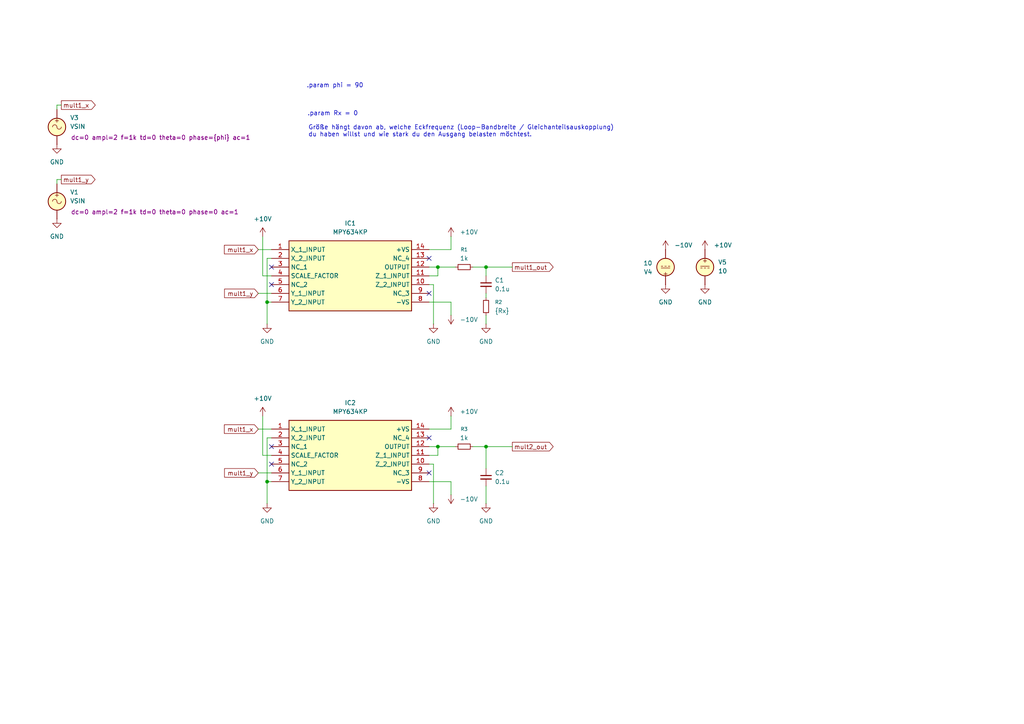
<source format=kicad_sch>
(kicad_sch (version 20250114) (generator "eeschema") (generator_version "9.0")
  (paper "A4")
  (lib_symbols
    (symbol "BA_Footprints:MPY634KP"
      (property "Reference" "IC" (at 41.91 7.62 0))
      (property "Value" "MPY634KP" (at 41.91 5.08 0))
      (symbol "MPY634KP_1_1"
        (rectangle (start 5.08 2.54) (end 40.64 -17.78) (stroke (width 0.254)) (fill (type background)))
        (pin passive line (at 0 0 0) (length 5.08) (name "X_1_INPUT") (number "1"))
        (pin passive line (at 0 -2.54 0) (length 5.08) (name "X_2_INPUT") (number "2"))
        (pin passive line (at 0 -5.08 0) (length 5.08) (name "NC_1") (number "3"))
        (pin passive line (at 0 -7.62 0) (length 5.08) (name "SCALE_FACTOR") (number "4"))
        (pin passive line (at 0 -10.16 0) (length 5.08) (name "NC_2") (number "5"))
        (pin passive line (at 0 -12.7 0) (length 5.08) (name "Y_1_INPUT") (number "6"))
        (pin passive line (at 0 -15.24 0) (length 5.08) (name "Y_2_INPUT") (number "7"))
        (pin passive line (at 45.72 0 180) (length 5.08) (name "+VS") (number "14"))
        (pin passive line (at 45.72 -2.54 180) (length 5.08) (name "NC_4") (number "13"))
        (pin passive line (at 45.72 -5.08 180) (length 5.08) (name "OUTPUT") (number "12"))
        (pin passive line (at 45.72 -7.62 180) (length 5.08) (name "Z_1_INPUT") (number "11"))
        (pin passive line (at 45.72 -10.16 180) (length 5.08) (name "Z_2_INPUT") (number "10"))
        (pin passive line (at 45.72 -12.7 180) (length 5.08) (name "NC_3") (number "9"))
        (pin passive line (at 45.72 -15.24 180) (length 5.08) (name "-VS") (number "8"))
      )
    )
    (symbol "Device:C_Small" (pin_numbers (hide yes)) (pin_names (offset 0.254) (hide yes))
      (property "Reference" "C" (at 0.254 1.778 0))
      (property "Value" "C_Small" (at 0.254 -2.032 0))
      (symbol "C_Small_0_1"
        (polyline (pts (xy -1.524 0.508) (xy 1.524 0.508)) (stroke (width 0.3048)))
        (polyline (pts (xy -1.524 -0.508) (xy 1.524 -0.508)) (stroke (width 0.3302)))
      )
      (symbol "C_Small_1_1"
        (pin passive line (at 0 2.54 270) (length 2.032) (name "~") (number "1"))
        (pin passive line (at 0 -2.54 90) (length 2.032) (name "~") (number "2"))
      )
    )
    (symbol "Device:R_Small" (pin_numbers (hide yes)) (pin_names (offset 0.254) (hide yes))
      (property "Reference" "R" (at 0 0 90))
      (property "Value" "R_Small" (at 1.778 0 90))
      (symbol "R_Small_0_1"
        (rectangle (start -0.762 1.778) (end 0.762 -1.778) (stroke (width 0.2032)))
      )
      (symbol "R_Small_1_1"
        (pin passive line (at 0 2.54 270) (length 0.762) (name "~") (number "1"))
        (pin passive line (at 0 -2.54 90) (length 0.762) (name "~") (number "2"))
      )
    )
    (symbol "Simulation_SPICE:VDC" (pin_numbers (hide yes)) (pin_names (offset 0.0254))
      (property "Reference" "V" (at 2.54 2.54 0))
      (property "Value" "1" (at 2.54 0 0))
      (symbol "VDC_0_0"
        (polyline (pts (xy -1.27 0.254) (xy 1.27 0.254)))
        (polyline (pts (xy -0.762 -0.254) (xy -1.27 -0.254)))
        (polyline (pts (xy 0.254 -0.254) (xy -0.254 -0.254)))
        (polyline (pts (xy 1.27 -0.254) (xy 0.762 -0.254)))
        (text "+" (at 0 1.905 0) (effects (font (size 1.27 1.27))))
      )
      (symbol "VDC_0_1"
        (circle (center 0 0) (radius 2.54) (stroke (width 0.254)) (fill (type background)))
      )
      (symbol "VDC_1_1"
        (pin passive line (at 0 5.08 270) (length 2.54) (name "~") (number "1"))
        (pin passive line (at 0 -5.08 90) (length 2.54) (name "~") (number "2"))
      )
    )
    (symbol "Simulation_SPICE:VSIN" (pin_numbers (hide yes)) (pin_names (offset 0.0254))
      (property "Reference" "V" (at 2.54 2.54 0))
      (property "Value" "VSIN" (at 2.54 0 0))
      (property "Sim.Params" "dc=0 ampl=1 f=1k ac=1" (at 2.54 -2.54 0))
      (symbol "VSIN_0_0"
        (arc (start -1.27 0) (mid -0.635 0.6323) (end 0 0))
        (arc (start 1.27 0) (mid 0.635 -0.6323) (end 0 0))
        (text "+" (at 0 1.905 0) (effects (font (size 1.27 1.27))))
      )
      (symbol "VSIN_0_1"
        (circle (center 0 0) (radius 2.54) (stroke (width 0.254)) (fill (type background)))
      )
      (symbol "VSIN_1_1"
        (pin passive line (at 0 5.08 270) (length 2.54) (name "~") (number "1"))
        (pin passive line (at 0 -5.08 90) (length 2.54) (name "~") (number "2"))
      )
    )
    (symbol "power:+15V" (power) (pin_numbers (hide yes)) (pin_names (offset 0) (hide yes))
      (property "Value" "+15V" (at 0 3.556 0))
      (symbol "+15V_0_1"
        (polyline (pts (xy -0.762 1.27) (xy 0 2.54)))
        (polyline (pts (xy 0 2.54) (xy 0.762 1.27)))
        (polyline (pts (xy 0 0) (xy 0 2.54)))
      )
      (symbol "+15V_1_1"
        (pin power_in line (at 0 0 90) (length 0) (name "~") (number "1"))
      )
    )
    (symbol "power:GND" (power) (pin_numbers (hide yes)) (pin_names (offset 0) (hide yes))
      (property "Value" "GND" (at 0 -3.81 0))
      (symbol "GND_0_1"
        (polyline (pts (xy 0 0) (xy 0 -1.27) (xy 1.27 -1.27) (xy 0 -2.54) (xy -1.27 -1.27) (xy 0 -1.27)))
      )
      (symbol "GND_1_1"
        (pin power_in line (at 0 0 270) (length 0) (name "~") (number "1"))
      )
    )
  )
  (text ".param phi = 90\n" (at 88.9 24.892 0) (effects (font (size 1.27 1.27)) (justify left)))
  (text ".param Rx = 0\n\n\n" (at 89.154 35.052 0) (effects (font (size 1.27 1.27)) (justify left)))
  (text "Größe hängt davon ab, welche Eckfrequenz (Loop-Bandbreite / Gleichanteils­auskopplung) \ndu haben willst und wie stark du den Ausgang belasten möchtest." (exclude_from_sim yes) (at 89.408 38.1 0) (effects (font (size 1.27 1.27)) (justify left)))
  (junction (at 77.47 87.63))
  (junction (at 140.97 77.47))
  (junction (at 77.47 139.7))
  (junction (at 127 129.54))
  (junction (at 140.97 129.54))
  (junction (at 127 77.47))
  (no_connect (at 124.46 85.09))
  (no_connect (at 124.46 74.93))
  (no_connect (at 78.74 77.47))
  (no_connect (at 78.74 82.55))
  (no_connect (at 78.74 129.54))
  (no_connect (at 124.46 137.16))
  (no_connect (at 78.74 134.62))
  (no_connect (at 124.46 127))
  (wire (pts (xy 140.97 129.54) (xy 148.59 129.54)))
  (wire (pts (xy 124.46 134.62) (xy 125.73 134.62)))
  (wire (pts (xy 78.74 74.93) (xy 77.47 74.93)))
  (wire (pts (xy 124.46 80.01) (xy 127 80.01)))
  (wire (pts (xy 140.97 140.97) (xy 140.97 146.05)))
  (wire (pts (xy 17.78 30.48) (xy 16.51 30.48)))
  (wire (pts (xy 17.78 52.07) (xy 16.51 52.07)))
  (wire (pts (xy 130.81 143.51) (xy 130.81 139.7)))
  (wire (pts (xy 74.93 124.46) (xy 78.74 124.46)))
  (wire (pts (xy 124.46 77.47) (xy 127 77.47)))
  (wire (pts (xy 130.81 91.44) (xy 130.81 87.63)))
  (wire (pts (xy 130.81 72.39) (xy 124.46 72.39)))
  (wire (pts (xy 74.93 85.09) (xy 78.74 85.09)))
  (wire (pts (xy 124.46 82.55) (xy 125.73 82.55)))
  (wire (pts (xy 125.73 134.62) (xy 125.73 146.05)))
  (wire (pts (xy 125.73 82.55) (xy 125.73 93.98)))
  (wire (pts (xy 76.2 80.01) (xy 78.74 80.01)))
  (wire (pts (xy 140.97 77.47) (xy 137.16 77.47)))
  (wire (pts (xy 16.51 52.07) (xy 16.51 53.34)))
  (wire (pts (xy 74.93 137.16) (xy 78.74 137.16)))
  (wire (pts (xy 140.97 129.54) (xy 137.16 129.54)))
  (wire (pts (xy 130.81 139.7) (xy 124.46 139.7)))
  (wire (pts (xy 76.2 132.08) (xy 78.74 132.08)))
  (wire (pts (xy 127 129.54) (xy 132.08 129.54)))
  (wire (pts (xy 140.97 80.01) (xy 140.97 77.47)))
  (wire (pts (xy 76.2 120.65) (xy 76.2 132.08)))
  (wire (pts (xy 127 80.01) (xy 127 77.47)))
  (wire (pts (xy 124.46 132.08) (xy 127 132.08)))
  (wire (pts (xy 78.74 127) (xy 77.47 127)))
  (wire (pts (xy 77.47 74.93) (xy 77.47 87.63)))
  (wire (pts (xy 127 132.08) (xy 127 129.54)))
  (wire (pts (xy 76.2 68.58) (xy 76.2 80.01)))
  (wire (pts (xy 130.81 124.46) (xy 124.46 124.46)))
  (wire (pts (xy 140.97 91.44) (xy 140.97 93.98)))
  (wire (pts (xy 140.97 135.89) (xy 140.97 129.54)))
  (wire (pts (xy 130.81 68.58) (xy 130.81 72.39)))
  (wire (pts (xy 77.47 87.63) (xy 78.74 87.63)))
  (wire (pts (xy 124.46 129.54) (xy 127 129.54)))
  (wire (pts (xy 140.97 77.47) (xy 148.59 77.47)))
  (wire (pts (xy 130.81 87.63) (xy 124.46 87.63)))
  (wire (pts (xy 77.47 139.7) (xy 78.74 139.7)))
  (wire (pts (xy 140.97 85.09) (xy 140.97 86.36)))
  (wire (pts (xy 127 77.47) (xy 132.08 77.47)))
  (wire (pts (xy 74.93 72.39) (xy 78.74 72.39)))
  (wire (pts (xy 130.81 120.65) (xy 130.81 124.46)))
  (wire (pts (xy 77.47 127) (xy 77.47 139.7)))
  (wire (pts (xy 77.47 139.7) (xy 77.47 146.05)))
  (wire (pts (xy 77.47 87.63) (xy 77.47 93.98)))
  (wire (pts (xy 16.51 30.48) (xy 16.51 31.75)))
  (global_label "mult1_x" (shape input) (at 74.93 72.39 180) (property "Intersheetrefs" "${INTERSHEET_REFS}" (effects (hide yes))))
  (global_label "mult1_x" (shape output) (at 17.78 30.48 0) (property "Intersheetrefs" "${INTERSHEET_REFS}" (effects (hide yes))))
  (global_label "mult1_out" (shape output) (at 148.59 77.47 0) (property "Intersheetrefs" "${INTERSHEET_REFS}" (effects (hide yes))))
  (global_label "mult1_y" (shape input) (at 74.93 137.16 180) (property "Intersheetrefs" "${INTERSHEET_REFS}" (effects (hide yes))))
  (global_label "mult1_y" (shape input) (at 74.93 85.09 180) (property "Intersheetrefs" "${INTERSHEET_REFS}" (effects (hide yes))))
  (global_label "mult1_y" (shape output) (at 17.78 52.07 0) (property "Intersheetrefs" "${INTERSHEET_REFS}" (effects (hide yes))))
  (global_label "mult2_out" (shape output) (at 148.59 129.54 0) (property "Intersheetrefs" "${INTERSHEET_REFS}" (effects (hide yes))))
  (global_label "mult1_x" (shape input) (at 74.93 124.46 180) (property "Intersheetrefs" "${INTERSHEET_REFS}" (effects (hide yes))))
  (symbol (lib_id "Device:R_Small") (at 140.97 88.9 180) (unit 1)
    (property "Reference" "R2" (at 143.51 87.6299 0) (effects (font (size 1.016 1.016)) (justify right)))
    (property "Value" "{Rx}" (at 143.51 90.1699 0) (effects (justify right)))
    (property "Description" "Resistor, small symbol" (effects (hide yes)))
  )
  (symbol (lib_id "power:GND") (at 140.97 146.05 0) (unit 1)
    (property "Reference" "#PWR020" (effects (hide yes)))
    (property "Value" "GND" (at 140.97 151.13 0))
    (property "Description" "Power symbol creates a global label with name \"GND\" , ground" (effects (hide yes)))
  )
  (symbol (lib_id "Simulation_SPICE:VSIN") (at 16.51 36.83 0) (unit 1)
    (property "Reference" "V3" (at 20.32 34.1601 0) (effects (justify left)))
    (property "Value" "VSIN" (at 20.32 36.7001 0) (effects (justify left)))
    (property "Datasheet" "https://ngspice.sourceforge.io/docs/ngspice-html-manual/manual.xhtml#sec_Independent_Sources_for" (effects (hide yes)))
    (property "Description" "Voltage source, sinusoidal" (effects (hide yes)))
    (property "Sim.Pins" "1=+ 2=-" (effects (hide yes)))
    (property "Sim.Params" "dc=0 ampl=2 f=1k td=0 theta=0 phase={phi} ac=1" (at 20.574 39.878 0) (effects (justify left)))
    (property "Sim.Type" "SIN" (effects (hide yes)))
    (property "Sim.Device" "V" (effects (hide yes)))
  )
  (symbol (lib_id "power:+15V") (at 193.04 72.39 0) (unit 1)
    (property "Reference" "#PWR09" (effects (hide yes)))
    (property "Value" "-10V" (at 195.58 71.1199 0) (effects (justify left)))
    (property "Description" "Power symbol creates a global label with name \"+15V\"" (effects (hide yes)))
  )
  (symbol (lib_id "power:GND") (at 193.04 82.55 0) (unit 1)
    (property "Reference" "#PWR010" (effects (hide yes)))
    (property "Value" "GND" (at 193.04 87.63 0))
    (property "Description" "Power symbol creates a global label with name \"GND\" , ground" (effects (hide yes)))
  )
  (symbol (lib_id "power:GND") (at 125.73 146.05 0) (unit 1)
    (property "Reference" "#PWR017" (effects (hide yes)))
    (property "Value" "GND" (at 125.73 151.13 0))
    (property "Description" "Power symbol creates a global label with name \"GND\" , ground" (effects (hide yes)))
  )
  (symbol (lib_id "power:+15V") (at 204.47 72.39 0) (unit 1)
    (property "Reference" "#PWR011" (effects (hide yes)))
    (property "Value" "+10V" (at 207.01 71.1199 0) (effects (justify left)))
    (property "Description" "Power symbol creates a global label with name \"+15V\"" (effects (hide yes)))
  )
  (symbol (lib_id "power:+15V") (at 76.2 120.65 0) (unit 1)
    (property "Reference" "#PWR015" (effects (hide yes)))
    (property "Value" "+10V" (at 76.2 115.57 0))
    (property "Description" "Power symbol creates a global label with name \"+15V\"" (effects (hide yes)))
  )
  (symbol (lib_id "power:GND") (at 125.73 93.98 0) (unit 1)
    (property "Reference" "#PWR05" (effects (hide yes)))
    (property "Value" "GND" (at 125.73 99.06 0))
    (property "Description" "Power symbol creates a global label with name \"GND\" , ground" (effects (hide yes)))
  )
  (symbol (lib_id "BA_Footprints:MPY634KP") (at 78.74 124.46 0) (unit 1)
    (property "Reference" "IC2" (at 101.6 116.84 0))
    (property "Value" "MPY634KP" (at 101.6 119.38 0))
    (property "Footprint" "DIP794W53P254L1930H508Q14N" (effects (hide yes)))
    (property "Datasheet" "http://www.ti.com/lit/gpn/mpy634" (effects (hide yes)))
    (property "Description" "Wide Bandwidth Precision Analog Multiplier" (effects (hide yes)))
    (property "Height" "5.08" (effects (hide yes)))
    (property "Mouser Part Number" "595-MPY634KP" (effects (hide yes)))
    (property "Mouser Price/Stock" "https://www.mouser.co.uk/ProductDetail/Texas-Instruments/MPY634KP?qs=paYhMW8qfitgLgQ%252B%2FVQr7Q%3D%3D" (effects (hide yes)))
    (property "Manufacturer_Name" "Texas Instruments" (effects (hide yes)))
    (property "Manufacturer_Part_Number" "MPY634KP" (effects (hide yes)))
    (property "Sim.Library" "mpy634_tina.lib" (effects (hide yes)))
    (property "Sim.Name" "MPY634_behavioral" (effects (hide yes)))
    (property "Sim.Device" "SUBCKT" (effects (hide yes)))
    (property "Sim.Pins" "1=X1 2=X2 4=SF 6=Y1 7=Y2 8=-Vs 10=Z2 11=Z1 12=Out 14=+Vs" (effects (hide yes)))
  )
  (symbol (lib_id "power:GND") (at 16.51 41.91 0) (unit 1)
    (property "Reference" "#PWR01" (effects (hide yes)))
    (property "Value" "GND" (at 16.51 46.99 0))
    (property "Description" "Power symbol creates a global label with name \"GND\" , ground" (effects (hide yes)))
  )
  (symbol (lib_id "Simulation_SPICE:VDC") (at 193.04 77.47 180) (unit 1)
    (property "Reference" "V4" (at 189.23 78.8699 0) (effects (justify left)))
    (property "Value" "10" (at 189.23 76.3299 0) (effects (justify left)))
    (property "Datasheet" "https://ngspice.sourceforge.io/docs/ngspice-html-manual/manual.xhtml#sec_Independent_Sources_for" (effects (hide yes)))
    (property "Description" "Voltage source, DC" (effects (hide yes)))
    (property "Sim.Pins" "1=+ 2=-" (effects (hide yes)))
    (property "Sim.Type" "DC" (effects (hide yes)))
    (property "Sim.Device" "V" (effects (hide yes)))
  )
  (symbol (lib_id "Device:R_Small") (at 134.62 77.47 90) (unit 1)
    (property "Reference" "R1" (at 134.62 72.39 90) (effects (font (size 1.016 1.016))))
    (property "Value" "1k" (at 134.62 74.93 90))
    (property "Description" "Resistor, small symbol" (effects (hide yes)))
  )
  (symbol (lib_id "power:+15V") (at 130.81 120.65 0) (unit 1)
    (property "Reference" "#PWR018" (effects (hide yes)))
    (property "Value" "+10V" (at 133.35 119.3799 0) (effects (justify left)))
    (property "Description" "Power symbol creates a global label with name \"+15V\"" (effects (hide yes)))
  )
  (symbol (lib_id "power:+15V") (at 76.2 68.58 0) (unit 1)
    (property "Reference" "#PWR03" (effects (hide yes)))
    (property "Value" "+10V" (at 76.2 63.5 0))
    (property "Description" "Power symbol creates a global label with name \"+15V\"" (effects (hide yes)))
  )
  (symbol (lib_id "Simulation_SPICE:VSIN") (at 16.51 58.42 0) (unit 1)
    (property "Reference" "V1" (at 20.32 55.7501 0) (effects (justify left)))
    (property "Value" "VSIN" (at 20.32 58.2901 0) (effects (justify left)))
    (property "Datasheet" "https://ngspice.sourceforge.io/docs/ngspice-html-manual/manual.xhtml#sec_Independent_Sources_for" (effects (hide yes)))
    (property "Description" "Voltage source, sinusoidal" (effects (hide yes)))
    (property "Sim.Pins" "1=+ 2=-" (effects (hide yes)))
    (property "Sim.Params" "dc=0 ampl=2 f=1k td=0 theta=0 phase=0 ac=1" (at 20.574 61.468 0) (effects (justify left)))
    (property "Sim.Type" "SIN" (effects (hide yes)))
    (property "Sim.Device" "V" (effects (hide yes)))
  )
  (symbol (lib_id "power:GND") (at 77.47 146.05 0) (unit 1)
    (property "Reference" "#PWR016" (effects (hide yes)))
    (property "Value" "GND" (at 77.47 151.13 0))
    (property "Description" "Power symbol creates a global label with name \"GND\" , ground" (effects (hide yes)))
  )
  (symbol (lib_id "Simulation_SPICE:VDC") (at 204.47 77.47 0) (unit 1)
    (property "Reference" "V5" (at 208.28 76.0701 0) (effects (justify left)))
    (property "Value" "10" (at 208.28 78.6101 0) (effects (justify left)))
    (property "Datasheet" "https://ngspice.sourceforge.io/docs/ngspice-html-manual/manual.xhtml#sec_Independent_Sources_for" (effects (hide yes)))
    (property "Description" "Voltage source, DC" (effects (hide yes)))
    (property "Sim.Pins" "1=+ 2=-" (effects (hide yes)))
    (property "Sim.Type" "DC" (effects (hide yes)))
    (property "Sim.Device" "V" (effects (hide yes)))
  )
  (symbol (lib_id "power:GND") (at 140.97 93.98 0) (unit 1)
    (property "Reference" "#PWR08" (effects (hide yes)))
    (property "Value" "GND" (at 140.97 99.06 0))
    (property "Description" "Power symbol creates a global label with name \"GND\" , ground" (effects (hide yes)))
  )
  (symbol (lib_id "power:GND") (at 16.51 63.5 0) (unit 1)
    (property "Reference" "#PWR02" (effects (hide yes)))
    (property "Value" "GND" (at 16.51 68.58 0))
    (property "Description" "Power symbol creates a global label with name \"GND\" , ground" (effects (hide yes)))
  )
  (symbol (lib_id "BA_Footprints:MPY634KP") (at 78.74 72.39 0) (unit 1)
    (property "Reference" "IC1" (at 101.6 64.77 0))
    (property "Value" "MPY634KP" (at 101.6 67.31 0))
    (property "Footprint" "DIP794W53P254L1930H508Q14N" (effects (hide yes)))
    (property "Datasheet" "http://www.ti.com/lit/gpn/mpy634" (effects (hide yes)))
    (property "Description" "Wide Bandwidth Precision Analog Multiplier" (effects (hide yes)))
    (property "Height" "5.08" (effects (hide yes)))
    (property "Mouser Part Number" "595-MPY634KP" (effects (hide yes)))
    (property "Mouser Price/Stock" "https://www.mouser.co.uk/ProductDetail/Texas-Instruments/MPY634KP?qs=paYhMW8qfitgLgQ%252B%2FVQr7Q%3D%3D" (effects (hide yes)))
    (property "Manufacturer_Name" "Texas Instruments" (effects (hide yes)))
    (property "Manufacturer_Part_Number" "MPY634KP" (effects (hide yes)))
    (property "Sim.Library" "mpy634_tina.lib" (effects (hide yes)))
    (property "Sim.Name" "MPY634_behavioral" (effects (hide yes)))
    (property "Sim.Device" "SUBCKT" (effects (hide yes)))
    (property "Sim.Pins" "1=X1 2=X2 4=SF 6=Y1 7=Y2 8=-Vs 10=Z2 11=Z1 12=Out 14=+Vs" (effects (hide yes)))
  )
  (symbol (lib_id "power:+15V") (at 130.81 91.44 180) (unit 1)
    (property "Reference" "#PWR07" (effects (hide yes)))
    (property "Value" "-10V" (at 133.35 92.7099 0) (effects (justify right)))
    (property "Description" "Power symbol creates a global label with name \"+15V\"" (effects (hide yes)))
  )
  (symbol (lib_id "power:GND") (at 204.47 82.55 0) (unit 1)
    (property "Reference" "#PWR012" (effects (hide yes)))
    (property "Value" "GND" (at 204.47 87.63 0))
    (property "Description" "Power symbol creates a global label with name \"GND\" , ground" (effects (hide yes)))
  )
  (symbol (lib_id "power:+15V") (at 130.81 143.51 180) (unit 1)
    (property "Reference" "#PWR019" (effects (hide yes)))
    (property "Value" "-10V" (at 133.35 144.7799 0) (effects (justify right)))
    (property "Description" "Power symbol creates a global label with name \"+15V\"" (effects (hide yes)))
  )
  (symbol (lib_id "Device:R_Small") (at 134.62 129.54 90) (unit 1)
    (property "Reference" "R3" (at 134.62 124.46 90) (effects (font (size 1.016 1.016))))
    (property "Value" "1k" (at 134.62 127 90))
    (property "Description" "Resistor, small symbol" (effects (hide yes)))
  )
  (symbol (lib_id "Device:C_Small") (at 140.97 82.55 0) (unit 1)
    (property "Reference" "C1" (at 143.51 81.2862 0) (effects (justify left)))
    (property "Value" "0.1u" (at 143.51 83.8262 0) (effects (justify left)))
    (property "Description" "Unpolarized capacitor, small symbol" (effects (hide yes)))
  )
  (symbol (lib_id "power:+15V") (at 130.81 68.58 0) (unit 1)
    (property "Reference" "#PWR06" (effects (hide yes)))
    (property "Value" "+10V" (at 133.35 67.3099 0) (effects (justify left)))
    (property "Description" "Power symbol creates a global label with name \"+15V\"" (effects (hide yes)))
  )
  (symbol (lib_id "power:GND") (at 77.47 93.98 0) (unit 1)
    (property "Reference" "#PWR04" (effects (hide yes)))
    (property "Value" "GND" (at 77.47 99.06 0))
    (property "Description" "Power symbol creates a global label with name \"GND\" , ground" (effects (hide yes)))
  )
  (symbol (lib_id "Device:C_Small") (at 140.97 138.43 0) (unit 1)
    (property "Reference" "C2" (at 143.51 137.1662 0) (effects (justify left)))
    (property "Value" "0.1u" (at 143.51 139.7062 0) (effects (justify left)))
    (property "Description" "Unpolarized capacitor, small symbol" (effects (hide yes)))
  )
)
</source>
